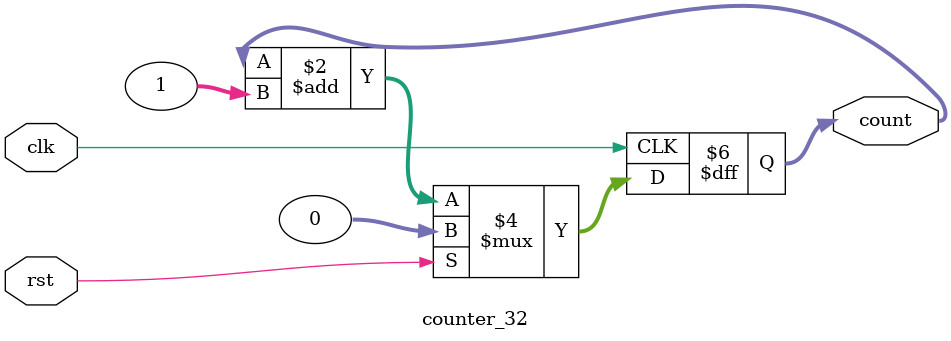
<source format=v>
`timescale 1ns / 1ps

module counter_32(
output reg [31:0] count,
input clk,rst
    );
    
    
always@(posedge clk)
    begin
        if(rst)
            count <= 0;
        else
            count <= count+1;
    end
endmodule

</source>
